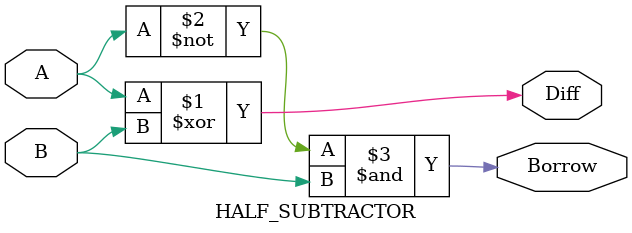
<source format=v>
`timescale 1ns / 1ps


module HALF_SUBTRACTOR(
    input A,
    input B,
    output Diff,
    output Borrow
    );
    assign Diff=A^B;
    assign Borrow=~A&B;
endmodule

</source>
